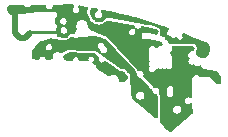
<source format=gbr>
G04 #@! TF.GenerationSoftware,KiCad,Pcbnew,7.0.9-7.0.9~ubuntu20.04.1*
G04 #@! TF.CreationDate,2023-12-28T04:07:48+00:00*
G04 #@! TF.ProjectId,yote,796f7465-2e6b-4696-9361-645f70636258,rev?*
G04 #@! TF.SameCoordinates,Original*
G04 #@! TF.FileFunction,Copper,L4,Inr*
G04 #@! TF.FilePolarity,Positive*
%FSLAX46Y46*%
G04 Gerber Fmt 4.6, Leading zero omitted, Abs format (unit mm)*
G04 Created by KiCad (PCBNEW 7.0.9-7.0.9~ubuntu20.04.1) date 2023-12-28 04:07:48*
%MOMM*%
%LPD*%
G01*
G04 APERTURE LIST*
G04 #@! TA.AperFunction,ComponentPad*
%ADD10C,1.000000*%
G04 #@! TD*
G04 #@! TA.AperFunction,ViaPad*
%ADD11C,0.300000*%
G04 #@! TD*
G04 #@! TA.AperFunction,ViaPad*
%ADD12C,0.500000*%
G04 #@! TD*
G04 #@! TA.AperFunction,Conductor*
%ADD13C,0.250000*%
G04 #@! TD*
G04 #@! TA.AperFunction,Conductor*
%ADD14C,0.500000*%
G04 #@! TD*
G04 #@! TA.AperFunction,Conductor*
%ADD15C,0.150000*%
G04 #@! TD*
G04 APERTURE END LIST*
D10*
X119200000Y-72000000D03*
D11*
X120593635Y-74482572D03*
X113995915Y-70044085D03*
X118350000Y-71700000D03*
D12*
X103090000Y-68560000D03*
X112550000Y-71775500D03*
D11*
X117872647Y-75627676D03*
X107298710Y-70648710D03*
D12*
X116455500Y-78340000D03*
D11*
X115315193Y-70204066D03*
X118358901Y-73873122D03*
D12*
X105180000Y-72280000D03*
X115035000Y-77029502D03*
D11*
X108047488Y-70810499D03*
X109905141Y-68774859D03*
D12*
X112415500Y-73914500D03*
D11*
X107650000Y-72650000D03*
D13*
X115035000Y-77029502D02*
X115035000Y-76385000D01*
X115035000Y-76385000D02*
X114385300Y-75735300D01*
X110750000Y-71025000D02*
X108261989Y-71025000D01*
X114385300Y-75735300D02*
X114385300Y-75010300D01*
X114385300Y-75010300D02*
X113365000Y-73990000D01*
X113365000Y-73990000D02*
X113365000Y-73640000D01*
X113365000Y-73640000D02*
X110750000Y-71025000D01*
X108261989Y-71025000D02*
X108047488Y-70810499D01*
D14*
X103090000Y-68560000D02*
X103350000Y-68820000D01*
X103350000Y-68820000D02*
X103350000Y-70450000D01*
X103350000Y-70450000D02*
X103740000Y-70840000D01*
X103740000Y-70840000D02*
X104170000Y-70840000D01*
X104170000Y-70840000D02*
X104580000Y-70430000D01*
D13*
X104580000Y-70430000D02*
X104690000Y-70320000D01*
X104690000Y-70320000D02*
X106970000Y-70320000D01*
X106970000Y-70320000D02*
X107298710Y-70648710D01*
X107650000Y-72650000D02*
X108062484Y-72237516D01*
X108062484Y-72237516D02*
X109922357Y-72237516D01*
X111173812Y-73750000D02*
X112251000Y-73750000D01*
X109922357Y-72237516D02*
X110230000Y-72545159D01*
X110230000Y-72545159D02*
X110230000Y-72806188D01*
X110230000Y-72806188D02*
X111173812Y-73750000D01*
X112251000Y-73750000D02*
X112415500Y-73914500D01*
X117940000Y-73850000D02*
X116500000Y-73850000D01*
X107298710Y-70648710D02*
X107601290Y-70648710D01*
X117940000Y-73850000D02*
X117940000Y-75560323D01*
X118350000Y-71700000D02*
X118183060Y-71700000D01*
D14*
X117450000Y-76458317D02*
X117635498Y-76643815D01*
D13*
X114155896Y-70204066D02*
X113995915Y-70044085D01*
X117100000Y-73350000D02*
X116600000Y-73850000D01*
D14*
X114190000Y-73280000D02*
X114054500Y-73280000D01*
D13*
X116500000Y-73850000D02*
X114572967Y-73850000D01*
D15*
X110510000Y-70340000D02*
X111114500Y-70340000D01*
D13*
X118080000Y-73710000D02*
X117940000Y-73850000D01*
X113911503Y-70918497D02*
X113054500Y-71775500D01*
D14*
X117872647Y-75627676D02*
X117450000Y-75627676D01*
D13*
X114190000Y-73280000D02*
X114190000Y-73450000D01*
X120593635Y-74482572D02*
X120593635Y-74473635D01*
X115315193Y-70204066D02*
X114155896Y-70204066D01*
D15*
X109200000Y-69030000D02*
X110510000Y-70340000D01*
D13*
X120593635Y-74473635D02*
X119830000Y-73710000D01*
D14*
X111114500Y-70340000D02*
X112550000Y-71775500D01*
X117635498Y-76643815D02*
X117635498Y-77160002D01*
D15*
X107930000Y-69030000D02*
X109200000Y-69030000D01*
D13*
X119830000Y-73710000D02*
X118080000Y-73710000D01*
X113911503Y-70128497D02*
X113911503Y-70918497D01*
X107378243Y-68478243D02*
X103171757Y-68478243D01*
X117100000Y-72783060D02*
X117100000Y-73350000D01*
D14*
X114054500Y-73280000D02*
X112550000Y-71775500D01*
D13*
X107930000Y-70320000D02*
X107930000Y-69030000D01*
X107601290Y-70648710D02*
X107930000Y-70320000D01*
D14*
X117450000Y-75627676D02*
X117450000Y-76458317D01*
D13*
X103171757Y-68478243D02*
X103090000Y-68560000D01*
X113995915Y-70044085D02*
X113911503Y-70128497D01*
X114572967Y-73850000D02*
X114572967Y-73832967D01*
X107930000Y-70320000D02*
X107960000Y-70290000D01*
D14*
X112550000Y-71775500D02*
X112550000Y-71800000D01*
X117635498Y-77160002D02*
X116455500Y-78340000D01*
D13*
X113054500Y-71775500D02*
X112550000Y-71775500D01*
X107930000Y-69030000D02*
X107378243Y-68478243D01*
X117940000Y-75560323D02*
X117872647Y-75627676D01*
X114572967Y-73832967D02*
X114190000Y-73450000D01*
X116600000Y-73850000D02*
X116500000Y-73850000D01*
X118183060Y-71700000D02*
X117100000Y-72783060D01*
X107647987Y-71210000D02*
X108047488Y-70810499D01*
X106160000Y-72280000D02*
X107230000Y-71210000D01*
X105180000Y-72280000D02*
X106160000Y-72280000D01*
X107230000Y-71210000D02*
X107647987Y-71210000D01*
X118650000Y-71150000D02*
X118930000Y-71430000D01*
X115703526Y-69903526D02*
X115753526Y-69903526D01*
X110214663Y-69317728D02*
X110599883Y-69317728D01*
X115930000Y-70080000D02*
X115930000Y-70510000D01*
X111137611Y-68780000D02*
X111753188Y-68780000D01*
D15*
X116375468Y-70920000D02*
X116430000Y-70920000D01*
D13*
X111753188Y-68780000D02*
X112685690Y-69001315D01*
X116570000Y-71150000D02*
X118650000Y-71150000D01*
X109905141Y-69008206D02*
X110214663Y-69317728D01*
X118930000Y-71430000D02*
X118930000Y-72120000D01*
X115678224Y-69878224D02*
X115703526Y-69903526D01*
X115753526Y-69903526D02*
X115930000Y-70080000D01*
X115930000Y-70510000D02*
X116570000Y-71150000D01*
X112685690Y-69001315D02*
X113977866Y-69349771D01*
X109905141Y-68774859D02*
X109905141Y-69008206D01*
X110599883Y-69317728D02*
X111137611Y-68780000D01*
X113977866Y-69349771D02*
X115258929Y-69737336D01*
X115258929Y-69737336D02*
X115678224Y-69878224D01*
G04 #@! TA.AperFunction,Conductor*
G36*
X108152025Y-67974960D02*
G01*
X108245750Y-67988802D01*
X108309193Y-68018071D01*
X108346741Y-68076994D01*
X108346473Y-68146863D01*
X108308473Y-68205495D01*
X108296523Y-68214572D01*
X108271376Y-68231374D01*
X108210485Y-68322505D01*
X108210483Y-68322509D01*
X108189103Y-68429997D01*
X108189103Y-68430002D01*
X108210483Y-68537490D01*
X108210484Y-68537493D01*
X108210485Y-68537495D01*
X108229713Y-68566272D01*
X108271375Y-68628624D01*
X108307876Y-68653013D01*
X108362505Y-68689515D01*
X108362508Y-68689515D01*
X108362509Y-68689516D01*
X108469998Y-68710897D01*
X108470000Y-68710897D01*
X108470002Y-68710897D01*
X108577490Y-68689516D01*
X108577490Y-68689515D01*
X108577495Y-68689515D01*
X108668624Y-68628624D01*
X108729515Y-68537495D01*
X108744800Y-68460651D01*
X108750897Y-68430002D01*
X108750897Y-68429997D01*
X108729516Y-68322509D01*
X108729515Y-68322505D01*
X108690378Y-68263933D01*
X108669501Y-68197258D01*
X108687985Y-68129878D01*
X108739964Y-68083187D01*
X108808934Y-68072011D01*
X108811573Y-68072371D01*
X108915413Y-68087708D01*
X109416234Y-68176316D01*
X109478817Y-68207378D01*
X109514673Y-68267346D01*
X109514260Y-68331045D01*
X109399999Y-68750001D01*
X109582477Y-69088885D01*
X109590250Y-69111270D01*
X109590842Y-69111055D01*
X109596381Y-69126274D01*
X109603338Y-69143067D01*
X109605586Y-69147887D01*
X109605587Y-69147890D01*
X109612487Y-69157744D01*
X109628796Y-69181037D01*
X109631702Y-69185598D01*
X109642741Y-69204716D01*
X109651947Y-69220661D01*
X109651948Y-69220661D01*
X109656356Y-69228296D01*
X109662115Y-69236786D01*
X109706057Y-69318392D01*
X109750000Y-69400000D01*
X109879618Y-69455550D01*
X109918451Y-69481842D01*
X109972546Y-69535937D01*
X109976188Y-69539912D01*
X110002208Y-69570922D01*
X110037262Y-69591160D01*
X110041822Y-69594065D01*
X110074979Y-69617282D01*
X110074982Y-69617282D01*
X110079839Y-69619548D01*
X110096596Y-69626488D01*
X110101616Y-69628315D01*
X110101618Y-69628316D01*
X110141493Y-69635346D01*
X110146750Y-69636512D01*
X110185856Y-69646991D01*
X110226173Y-69643463D01*
X110231575Y-69643228D01*
X110292080Y-69643228D01*
X110340926Y-69653254D01*
X110450000Y-69700000D01*
X110551760Y-69655480D01*
X110612270Y-69645555D01*
X110628690Y-69646992D01*
X110667823Y-69636505D01*
X110673045Y-69635347D01*
X110712928Y-69628316D01*
X110712933Y-69628312D01*
X110717982Y-69626475D01*
X110734707Y-69619547D01*
X110739564Y-69617282D01*
X110739567Y-69617282D01*
X110772724Y-69594063D01*
X110777273Y-69591166D01*
X110812338Y-69570922D01*
X110832701Y-69546652D01*
X110877985Y-69512756D01*
X111215482Y-69365101D01*
X111284787Y-69356266D01*
X111287039Y-69356648D01*
X113200000Y-69700000D01*
X113347736Y-69723503D01*
X113410848Y-69753474D01*
X113447738Y-69812811D01*
X113449869Y-69821770D01*
X113457869Y-69861991D01*
X113457872Y-69861998D01*
X113461372Y-69867236D01*
X113482247Y-69933914D01*
X113463760Y-70001293D01*
X113411779Y-70047981D01*
X113342808Y-70059155D01*
X113334076Y-70057739D01*
X113221467Y-70035340D01*
X113221463Y-70035340D01*
X113113974Y-70056720D01*
X113113970Y-70056722D01*
X113022840Y-70117612D01*
X112961950Y-70208742D01*
X112961948Y-70208746D01*
X112940568Y-70316234D01*
X112940568Y-70316239D01*
X112961948Y-70423727D01*
X112961949Y-70423730D01*
X112961950Y-70423732D01*
X112970462Y-70436471D01*
X113022840Y-70514861D01*
X113055440Y-70536643D01*
X113113970Y-70575752D01*
X113113973Y-70575752D01*
X113113974Y-70575753D01*
X113221463Y-70597134D01*
X113221465Y-70597134D01*
X113221467Y-70597134D01*
X113328955Y-70575753D01*
X113328955Y-70575752D01*
X113328960Y-70575752D01*
X113420089Y-70514861D01*
X113480980Y-70423732D01*
X113493561Y-70360485D01*
X113502362Y-70316239D01*
X113502362Y-70316234D01*
X113480981Y-70208746D01*
X113480979Y-70208740D01*
X113477479Y-70203502D01*
X113456603Y-70136824D01*
X113475089Y-70069444D01*
X113527070Y-70022756D01*
X113596040Y-70011581D01*
X113604775Y-70012997D01*
X113609890Y-70014014D01*
X113609891Y-70014015D01*
X113677899Y-70027542D01*
X113717385Y-70035397D01*
X113717386Y-70035397D01*
X113717388Y-70035397D01*
X113824876Y-70014016D01*
X113824876Y-70014015D01*
X113824881Y-70014015D01*
X113916010Y-69953124D01*
X113955959Y-69893335D01*
X114009568Y-69848532D01*
X114078538Y-69839767D01*
X114907246Y-69971607D01*
X114915436Y-69973488D01*
X115119795Y-70035313D01*
X115159940Y-70047459D01*
X115187503Y-70056720D01*
X115315497Y-70099727D01*
X115372773Y-70139736D01*
X115399327Y-70204363D01*
X115400000Y-70217267D01*
X115400000Y-70436471D01*
X115380315Y-70503510D01*
X115327511Y-70549265D01*
X115258353Y-70559209D01*
X115207110Y-70539574D01*
X115175749Y-70518619D01*
X115151474Y-70502399D01*
X115151473Y-70502398D01*
X115151472Y-70502398D01*
X115151469Y-70502397D01*
X115043981Y-70481017D01*
X115043977Y-70481017D01*
X114967509Y-70496227D01*
X114897917Y-70490000D01*
X114875811Y-70475512D01*
X114874376Y-70477661D01*
X114837627Y-70453106D01*
X114777966Y-70413241D01*
X114773092Y-70409984D01*
X114773088Y-70409983D01*
X114665600Y-70388603D01*
X114665596Y-70388603D01*
X114558105Y-70409983D01*
X114558102Y-70409985D01*
X114553229Y-70413241D01*
X114486550Y-70434113D01*
X114419171Y-70415623D01*
X114415456Y-70413236D01*
X114383998Y-70392216D01*
X114383997Y-70392215D01*
X114383996Y-70392215D01*
X114383993Y-70392214D01*
X114276505Y-70370834D01*
X114276501Y-70370834D01*
X114169012Y-70392214D01*
X114169008Y-70392216D01*
X114077878Y-70453106D01*
X114016988Y-70544236D01*
X114016986Y-70544240D01*
X113995606Y-70651728D01*
X113995606Y-70651733D01*
X114016986Y-70759221D01*
X114016987Y-70759224D01*
X114016988Y-70759226D01*
X114018012Y-70760758D01*
X114077878Y-70850355D01*
X114091722Y-70859605D01*
X114169008Y-70911246D01*
X114169011Y-70911246D01*
X114169012Y-70911247D01*
X114276501Y-70932628D01*
X114276503Y-70932628D01*
X114276505Y-70932628D01*
X114383996Y-70911247D01*
X114383997Y-70911246D01*
X114383998Y-70911246D01*
X114388860Y-70907996D01*
X114455537Y-70887117D01*
X114522918Y-70905600D01*
X114526635Y-70907988D01*
X114558103Y-70929015D01*
X114558106Y-70929015D01*
X114558107Y-70929016D01*
X114665596Y-70950397D01*
X114665598Y-70950397D01*
X114665599Y-70950397D01*
X114683959Y-70946744D01*
X114742068Y-70935186D01*
X114811657Y-70941413D01*
X114833765Y-70955901D01*
X114835201Y-70953753D01*
X114845354Y-70960537D01*
X114845355Y-70960538D01*
X114932286Y-71018624D01*
X114936484Y-71021429D01*
X114936488Y-71021430D01*
X115043977Y-71042811D01*
X115043979Y-71042811D01*
X115043980Y-71042811D01*
X115082492Y-71035150D01*
X115151474Y-71021429D01*
X115151474Y-71021428D01*
X115157711Y-71020188D01*
X115227303Y-71026415D01*
X115250790Y-71038700D01*
X115284398Y-71061157D01*
X115320696Y-71085411D01*
X115320700Y-71085412D01*
X115428189Y-71106793D01*
X115428191Y-71106793D01*
X115428193Y-71106793D01*
X115500767Y-71092357D01*
X115570358Y-71098584D01*
X115613664Y-71132225D01*
X115615426Y-71130464D01*
X115624064Y-71139102D01*
X115715193Y-71199993D01*
X115715194Y-71199993D01*
X115726479Y-71204668D01*
X115725122Y-71207942D01*
X115768601Y-71230683D01*
X115803179Y-71291396D01*
X115804121Y-71295727D01*
X115812656Y-71338632D01*
X115806429Y-71408224D01*
X115763567Y-71463402D01*
X115697678Y-71486647D01*
X115666851Y-71484443D01*
X115640002Y-71479103D01*
X115639998Y-71479103D01*
X115532509Y-71500483D01*
X115532505Y-71500485D01*
X115441375Y-71561375D01*
X115393102Y-71633622D01*
X115339490Y-71678427D01*
X115270165Y-71687134D01*
X115207137Y-71656979D01*
X115186898Y-71633622D01*
X115138624Y-71561375D01*
X115075626Y-71519282D01*
X115047495Y-71500485D01*
X115047493Y-71500484D01*
X115047490Y-71500483D01*
X114940002Y-71479103D01*
X114939998Y-71479103D01*
X114832509Y-71500483D01*
X114832505Y-71500485D01*
X114741375Y-71561375D01*
X114680485Y-71652505D01*
X114680483Y-71652509D01*
X114659103Y-71759997D01*
X114659103Y-71760002D01*
X114680483Y-71867491D01*
X114680484Y-71867493D01*
X114680485Y-71867495D01*
X114680572Y-71867625D01*
X114680674Y-71867951D01*
X114685158Y-71878776D01*
X114684189Y-71879177D01*
X114701449Y-71934300D01*
X114682965Y-72001680D01*
X114680572Y-72005404D01*
X114649241Y-72052294D01*
X114649240Y-72052297D01*
X114627860Y-72159785D01*
X114627860Y-72159790D01*
X114649240Y-72267278D01*
X114649241Y-72267282D01*
X114671394Y-72300435D01*
X114692272Y-72367112D01*
X114673788Y-72434493D01*
X114671395Y-72438216D01*
X114654456Y-72463566D01*
X114654455Y-72463569D01*
X114633075Y-72571057D01*
X114633075Y-72571062D01*
X114654455Y-72678550D01*
X114654456Y-72678554D01*
X114666365Y-72696376D01*
X114692062Y-72734835D01*
X114692479Y-72735458D01*
X114713357Y-72802135D01*
X114694873Y-72869516D01*
X114692479Y-72873240D01*
X114668088Y-72909743D01*
X114668086Y-72909747D01*
X114646706Y-73017235D01*
X114646706Y-73017240D01*
X114668086Y-73124728D01*
X114668087Y-73124732D01*
X114668088Y-73124733D01*
X114691654Y-73160002D01*
X114692544Y-73161333D01*
X114713422Y-73228010D01*
X114694938Y-73295390D01*
X114692545Y-73299114D01*
X114665109Y-73340174D01*
X114665108Y-73340177D01*
X114643728Y-73447665D01*
X114643728Y-73447670D01*
X114665108Y-73555158D01*
X114665109Y-73555161D01*
X114665110Y-73555163D01*
X114674680Y-73569485D01*
X114726000Y-73646292D01*
X114745332Y-73659209D01*
X114817130Y-73707183D01*
X114817133Y-73707183D01*
X114817134Y-73707184D01*
X114924623Y-73728565D01*
X114924625Y-73728565D01*
X114924627Y-73728565D01*
X115032115Y-73707184D01*
X115032115Y-73707183D01*
X115032120Y-73707183D01*
X115123249Y-73646292D01*
X115184140Y-73555163D01*
X115187279Y-73539378D01*
X115219662Y-73477468D01*
X115280376Y-73442892D01*
X115284707Y-73441949D01*
X115289997Y-73440896D01*
X115290000Y-73440897D01*
X115397495Y-73419515D01*
X115397496Y-73419514D01*
X115397497Y-73419514D01*
X115408777Y-73414842D01*
X115409375Y-73416287D01*
X115462783Y-73399563D01*
X115520943Y-73415516D01*
X115521223Y-73414842D01*
X115526588Y-73417064D01*
X115530163Y-73418045D01*
X115532352Y-73419452D01*
X115532506Y-73419516D01*
X115639998Y-73440897D01*
X115640000Y-73440897D01*
X115640002Y-73440897D01*
X115747493Y-73419516D01*
X115758777Y-73414842D01*
X115759375Y-73416287D01*
X115812783Y-73399563D01*
X115870943Y-73415516D01*
X115871223Y-73414842D01*
X115876588Y-73417064D01*
X115880163Y-73418045D01*
X115882352Y-73419452D01*
X115882506Y-73419516D01*
X115989998Y-73440897D01*
X115990000Y-73440897D01*
X115990002Y-73440897D01*
X116097493Y-73419516D01*
X116108777Y-73414842D01*
X116109375Y-73416287D01*
X116162783Y-73399563D01*
X116220943Y-73415516D01*
X116221223Y-73414842D01*
X116226588Y-73417064D01*
X116230163Y-73418045D01*
X116232352Y-73419452D01*
X116232506Y-73419516D01*
X116339998Y-73440897D01*
X116340000Y-73440897D01*
X116340002Y-73440897D01*
X116447490Y-73419516D01*
X116447490Y-73419515D01*
X116447495Y-73419515D01*
X116538624Y-73358624D01*
X116599515Y-73267495D01*
X116603526Y-73247332D01*
X116620897Y-73160002D01*
X116620897Y-73159997D01*
X116599516Y-73052506D01*
X116594842Y-73041223D01*
X116596287Y-73040624D01*
X116579563Y-72987217D01*
X116595516Y-72929056D01*
X116594842Y-72928777D01*
X116597064Y-72923411D01*
X116598045Y-72919837D01*
X116599452Y-72917647D01*
X116599516Y-72917493D01*
X116620897Y-72810002D01*
X116620897Y-72809997D01*
X116599516Y-72702506D01*
X116594842Y-72691223D01*
X116597874Y-72689966D01*
X116582935Y-72642277D01*
X116599055Y-72583484D01*
X116598575Y-72583285D01*
X116600158Y-72579462D01*
X116601411Y-72574894D01*
X116603211Y-72572092D01*
X116603249Y-72572001D01*
X116624630Y-72464510D01*
X116624630Y-72464505D01*
X116603249Y-72357017D01*
X116603248Y-72357016D01*
X116603248Y-72357013D01*
X116565443Y-72300435D01*
X116542357Y-72265883D01*
X116529869Y-72257539D01*
X116485065Y-72203925D01*
X116476359Y-72134600D01*
X116477145Y-72130245D01*
X116478008Y-72125907D01*
X116479595Y-72117929D01*
X116474713Y-72093388D01*
X116480939Y-72023801D01*
X116523800Y-71968622D01*
X116527398Y-71966124D01*
X116538624Y-71958624D01*
X116599515Y-71867495D01*
X116607073Y-71829500D01*
X116620897Y-71760002D01*
X116620897Y-71759999D01*
X116597677Y-71643266D01*
X116603904Y-71573674D01*
X116646767Y-71518497D01*
X116712657Y-71495252D01*
X116715649Y-71495128D01*
X117383000Y-71475500D01*
X118289870Y-71475500D01*
X118335919Y-71484367D01*
X118422054Y-71518821D01*
X118476986Y-71561993D01*
X118499858Y-71628013D01*
X118500000Y-71633951D01*
X118500000Y-71720727D01*
X118486909Y-71776182D01*
X118436037Y-71877924D01*
X118388449Y-71929083D01*
X118320757Y-71946392D01*
X118300938Y-71944087D01*
X118221604Y-71928307D01*
X118195280Y-71923071D01*
X118195279Y-71923071D01*
X118195278Y-71923071D01*
X118087789Y-71944451D01*
X118087785Y-71944453D01*
X117996655Y-72005343D01*
X117935765Y-72096473D01*
X117935763Y-72096477D01*
X117914383Y-72203965D01*
X117914383Y-72203970D01*
X117935763Y-72311458D01*
X117935764Y-72311461D01*
X117935765Y-72311463D01*
X117972949Y-72367112D01*
X117994324Y-72399103D01*
X117996656Y-72402592D01*
X118046492Y-72435892D01*
X118091296Y-72489502D01*
X118100004Y-72558827D01*
X118080704Y-72607883D01*
X118014138Y-72707506D01*
X118014137Y-72707509D01*
X117992757Y-72814997D01*
X117992757Y-72815002D01*
X118014137Y-72922490D01*
X118014138Y-72922493D01*
X118014139Y-72922495D01*
X118029759Y-72945872D01*
X118075029Y-73013624D01*
X118111530Y-73038013D01*
X118166159Y-73074515D01*
X118166162Y-73074515D01*
X118166163Y-73074516D01*
X118273652Y-73095897D01*
X118273654Y-73095897D01*
X118273656Y-73095897D01*
X118393128Y-73072133D01*
X118393495Y-73073981D01*
X118448026Y-73068115D01*
X118510507Y-73099385D01*
X118529120Y-73121255D01*
X118540391Y-73138124D01*
X118573127Y-73159997D01*
X118631521Y-73199015D01*
X118631524Y-73199015D01*
X118631525Y-73199016D01*
X118739014Y-73220397D01*
X118739016Y-73220397D01*
X118739018Y-73220397D01*
X118846506Y-73199016D01*
X118846506Y-73199015D01*
X118846511Y-73199015D01*
X118899209Y-73163802D01*
X118965885Y-73142924D01*
X119033266Y-73161408D01*
X119053373Y-73176880D01*
X119310000Y-73420000D01*
X120312181Y-73610891D01*
X120374352Y-73642772D01*
X120388852Y-73659209D01*
X120728961Y-74121409D01*
X120752722Y-74185391D01*
X120786805Y-74628466D01*
X120772320Y-74696817D01*
X120723181Y-74746487D01*
X120654989Y-74761706D01*
X120633097Y-74758274D01*
X120530544Y-74732636D01*
X120427993Y-74706998D01*
X120377971Y-74681360D01*
X120315460Y-74628466D01*
X119750000Y-74150000D01*
X119749999Y-74150000D01*
X119749998Y-74150000D01*
X119065040Y-74173618D01*
X118997362Y-74156256D01*
X118959529Y-74115520D01*
X118957076Y-74117160D01*
X118948829Y-74104818D01*
X118907341Y-74042726D01*
X118889400Y-74015875D01*
X118834771Y-73979374D01*
X118798271Y-73954985D01*
X118798269Y-73954984D01*
X118798266Y-73954983D01*
X118690778Y-73933603D01*
X118690774Y-73933603D01*
X118583285Y-73954983D01*
X118583281Y-73954985D01*
X118492151Y-74015875D01*
X118431261Y-74107005D01*
X118426586Y-74118291D01*
X118423639Y-74117070D01*
X118400312Y-74161655D01*
X118339593Y-74196222D01*
X118315364Y-74199469D01*
X118300001Y-74199998D01*
X118300000Y-74199999D01*
X118326309Y-75804887D01*
X118307726Y-75872240D01*
X118255679Y-75918854D01*
X118186693Y-75929930D01*
X118133435Y-75910021D01*
X118088561Y-75880037D01*
X118075357Y-75871214D01*
X118075355Y-75871213D01*
X118075352Y-75871212D01*
X117967864Y-75849832D01*
X117967860Y-75849832D01*
X117860371Y-75871212D01*
X117860367Y-75871214D01*
X117769237Y-75932104D01*
X117708347Y-76023234D01*
X117708345Y-76023238D01*
X117686965Y-76130726D01*
X117686965Y-76130731D01*
X117708345Y-76238219D01*
X117708346Y-76238222D01*
X117708347Y-76238224D01*
X117713086Y-76245316D01*
X117769237Y-76329353D01*
X117805738Y-76353742D01*
X117860367Y-76390244D01*
X117860370Y-76390244D01*
X117860371Y-76390245D01*
X117967860Y-76411626D01*
X117967862Y-76411626D01*
X117967864Y-76411626D01*
X118075352Y-76390245D01*
X118075353Y-76390245D01*
X118075353Y-76390244D01*
X118075357Y-76390244D01*
X118143940Y-76344417D01*
X118210614Y-76323541D01*
X118277994Y-76342025D01*
X118324685Y-76394004D01*
X118336811Y-76445489D01*
X118349036Y-77191257D01*
X118330453Y-77258610D01*
X118305150Y-77287949D01*
X116534719Y-78786006D01*
X116470827Y-78814283D01*
X116401790Y-78803528D01*
X116374305Y-78785819D01*
X116231742Y-78664618D01*
X116226681Y-78659799D01*
X115945137Y-78359711D01*
X115942927Y-78357226D01*
X115629151Y-77984616D01*
X115601025Y-77920657D01*
X115600000Y-77904743D01*
X115600000Y-76888204D01*
X116690629Y-76888204D01*
X116707996Y-76997860D01*
X116758402Y-77096787D01*
X116758407Y-77096794D01*
X116836905Y-77175292D01*
X116836908Y-77175294D01*
X116836911Y-77175297D01*
X116935837Y-77225702D01*
X116935839Y-77225703D01*
X117045496Y-77243071D01*
X117045498Y-77243071D01*
X117045500Y-77243071D01*
X117155156Y-77225703D01*
X117155157Y-77225702D01*
X117155159Y-77225702D01*
X117254085Y-77175297D01*
X117332593Y-77096789D01*
X117382998Y-76997863D01*
X117382998Y-76997861D01*
X117382999Y-76997860D01*
X117400367Y-76888204D01*
X117400367Y-76888199D01*
X117382999Y-76778543D01*
X117351751Y-76717215D01*
X117332593Y-76679615D01*
X117332590Y-76679612D01*
X117332588Y-76679609D01*
X117254090Y-76601111D01*
X117254086Y-76601108D01*
X117254085Y-76601107D01*
X117250241Y-76599148D01*
X117155156Y-76550700D01*
X117045500Y-76533333D01*
X117045496Y-76533333D01*
X116935839Y-76550700D01*
X116836912Y-76601106D01*
X116836905Y-76601111D01*
X116758407Y-76679609D01*
X116758402Y-76679616D01*
X116707996Y-76778543D01*
X116690629Y-76888199D01*
X116690629Y-76888204D01*
X115600000Y-76888204D01*
X115600000Y-75650000D01*
X115516316Y-75558877D01*
X115511949Y-75550002D01*
X116169103Y-75550002D01*
X116190483Y-75657490D01*
X116190484Y-75657493D01*
X116190485Y-75657495D01*
X116208195Y-75684000D01*
X116251375Y-75748624D01*
X116287876Y-75773013D01*
X116342505Y-75809515D01*
X116342508Y-75809515D01*
X116342509Y-75809516D01*
X116449998Y-75830897D01*
X116450000Y-75830897D01*
X116450002Y-75830897D01*
X116557490Y-75809516D01*
X116557490Y-75809515D01*
X116557495Y-75809515D01*
X116648624Y-75748624D01*
X116709515Y-75657495D01*
X116722040Y-75594526D01*
X116730897Y-75550002D01*
X116730897Y-75549997D01*
X116709516Y-75442507D01*
X116709515Y-75442506D01*
X116709515Y-75442505D01*
X116698623Y-75426205D01*
X116677746Y-75359528D01*
X116696231Y-75292148D01*
X116698624Y-75288423D01*
X116700381Y-75285794D01*
X116711272Y-75269495D01*
X116718408Y-75233624D01*
X116732654Y-75162002D01*
X116732654Y-75161997D01*
X116711273Y-75054509D01*
X116711272Y-75054508D01*
X116711272Y-75054505D01*
X116662487Y-74981493D01*
X116650381Y-74963375D01*
X116586213Y-74920500D01*
X116559252Y-74902485D01*
X116559250Y-74902484D01*
X116559247Y-74902483D01*
X116451759Y-74881103D01*
X116451755Y-74881103D01*
X116344266Y-74902483D01*
X116344262Y-74902485D01*
X116253132Y-74963375D01*
X116192242Y-75054505D01*
X116192240Y-75054509D01*
X116170860Y-75161997D01*
X116170860Y-75162002D01*
X116192240Y-75269492D01*
X116192241Y-75269494D01*
X116192242Y-75269495D01*
X116201212Y-75282920D01*
X116203133Y-75285794D01*
X116224010Y-75352472D01*
X116205525Y-75419852D01*
X116203134Y-75423572D01*
X116190485Y-75442503D01*
X116190484Y-75442505D01*
X116169103Y-75549997D01*
X116169103Y-75550002D01*
X115511949Y-75550002D01*
X115485469Y-75496186D01*
X115493412Y-75426769D01*
X115504545Y-75406110D01*
X115505015Y-75405408D01*
X115514582Y-75357314D01*
X115526397Y-75297915D01*
X115526397Y-75297910D01*
X115505016Y-75190422D01*
X115505015Y-75190421D01*
X115505015Y-75190418D01*
X115468513Y-75135789D01*
X115444124Y-75099288D01*
X115389495Y-75062787D01*
X115352995Y-75038398D01*
X115352993Y-75038397D01*
X115352990Y-75038396D01*
X115245502Y-75017016D01*
X115245498Y-75017016D01*
X115126027Y-75040780D01*
X115125341Y-75037333D01*
X115076442Y-75042589D01*
X115013964Y-75011312D01*
X115007133Y-75004434D01*
X114969426Y-74963375D01*
X114209065Y-74135426D01*
X114178219Y-74072737D01*
X114184509Y-74016070D01*
X114183538Y-74015877D01*
X114185786Y-74004574D01*
X114185840Y-74004090D01*
X114185916Y-74003903D01*
X114185920Y-74003898D01*
X114195650Y-73954983D01*
X114207302Y-73896405D01*
X114207302Y-73896400D01*
X114185921Y-73788912D01*
X114185920Y-73788911D01*
X114185920Y-73788908D01*
X114140211Y-73720500D01*
X114125029Y-73697778D01*
X114059812Y-73654202D01*
X114033900Y-73636888D01*
X114033898Y-73636887D01*
X114033895Y-73636886D01*
X113926407Y-73615506D01*
X113926403Y-73615506D01*
X113830047Y-73634672D01*
X113760455Y-73628445D01*
X113714526Y-73596929D01*
X113706100Y-73587753D01*
X113680839Y-73536591D01*
X113679300Y-73537152D01*
X113673765Y-73521947D01*
X113666815Y-73505168D01*
X113664554Y-73500319D01*
X113664553Y-73500318D01*
X113664553Y-73500316D01*
X113641333Y-73467154D01*
X113638435Y-73462604D01*
X113634845Y-73456387D01*
X113618194Y-73427545D01*
X113618191Y-73427542D01*
X113618190Y-73427541D01*
X113601189Y-73413276D01*
X113587182Y-73401522D01*
X113583210Y-73397883D01*
X112952573Y-72767246D01*
X111928831Y-71652505D01*
X111100001Y-70750000D01*
X111099999Y-70749999D01*
X109693873Y-70173878D01*
X109639302Y-70130247D01*
X109639094Y-70129948D01*
X109630512Y-70117612D01*
X109562847Y-70020343D01*
X109512707Y-69948266D01*
X109490582Y-69881992D01*
X109490499Y-69877454D01*
X109490499Y-69748037D01*
X109490498Y-69748035D01*
X109488266Y-69740435D01*
X109476394Y-69700000D01*
X109449953Y-69609948D01*
X109439748Y-69594069D01*
X109372142Y-69488871D01*
X109263372Y-69394622D01*
X109198731Y-69365101D01*
X109132455Y-69334833D01*
X109052610Y-69323354D01*
X109025798Y-69319499D01*
X108954200Y-69319499D01*
X108940793Y-69321426D01*
X108847542Y-69334833D01*
X108716627Y-69394621D01*
X108716625Y-69394622D01*
X108607855Y-69488872D01*
X108530044Y-69609948D01*
X108489499Y-69748035D01*
X108489499Y-69891962D01*
X108530594Y-70031921D01*
X108531063Y-70100152D01*
X108434248Y-70447456D01*
X108397285Y-70506747D01*
X108334134Y-70536643D01*
X108264845Y-70527650D01*
X108258507Y-70524644D01*
X108256076Y-70523405D01*
X108256075Y-70523404D01*
X108157149Y-70472999D01*
X108157147Y-70472998D01*
X108157144Y-70472997D01*
X108047490Y-70455630D01*
X108047486Y-70455630D01*
X107937829Y-70472997D01*
X107840919Y-70522375D01*
X107776363Y-70534498D01*
X107778916Y-70550249D01*
X107762412Y-70591990D01*
X107764823Y-70593219D01*
X107760394Y-70601910D01*
X107760393Y-70601912D01*
X107750041Y-70622229D01*
X107737044Y-70647736D01*
X107689069Y-70698531D01*
X107635777Y-70715096D01*
X107023141Y-70760758D01*
X106954823Y-70746111D01*
X106905270Y-70696854D01*
X106891006Y-70632213D01*
X106890897Y-70632213D01*
X106890897Y-70631721D01*
X106890214Y-70628626D01*
X106890897Y-70623499D01*
X106890897Y-70619997D01*
X106869516Y-70512509D01*
X106869515Y-70512508D01*
X106869515Y-70512505D01*
X106829826Y-70453107D01*
X106808626Y-70421378D01*
X106799990Y-70412743D01*
X106801154Y-70411578D01*
X106765444Y-70368847D01*
X106755172Y-70322026D01*
X106752349Y-70190502D01*
X107171183Y-70190502D01*
X107192563Y-70297990D01*
X107192564Y-70297993D01*
X107192565Y-70297995D01*
X107214274Y-70330485D01*
X107253455Y-70389124D01*
X107287060Y-70411578D01*
X107344585Y-70450015D01*
X107344588Y-70450015D01*
X107344589Y-70450016D01*
X107452078Y-70471397D01*
X107452080Y-70471397D01*
X107452082Y-70471397D01*
X107559570Y-70450016D01*
X107559570Y-70450015D01*
X107559575Y-70450015D01*
X107586992Y-70431695D01*
X107653667Y-70410817D01*
X107665633Y-70414099D01*
X107664261Y-70382081D01*
X107681522Y-70343001D01*
X107711595Y-70297995D01*
X107727653Y-70217267D01*
X107732977Y-70190502D01*
X107732977Y-70190497D01*
X107711596Y-70083009D01*
X107711595Y-70083008D01*
X107711595Y-70083005D01*
X107671338Y-70022756D01*
X107650704Y-69991875D01*
X107592708Y-69953124D01*
X107559575Y-69930985D01*
X107559573Y-69930984D01*
X107559570Y-69930983D01*
X107509574Y-69921038D01*
X107447663Y-69888652D01*
X107432960Y-69862832D01*
X107401643Y-69906262D01*
X107349765Y-69929954D01*
X107344588Y-69930983D01*
X107344585Y-69930985D01*
X107253455Y-69991875D01*
X107192565Y-70083005D01*
X107192563Y-70083009D01*
X107171183Y-70190497D01*
X107171183Y-70190502D01*
X106752349Y-70190502D01*
X106750967Y-70126103D01*
X106769208Y-70058661D01*
X106806051Y-70020343D01*
X106806443Y-70020081D01*
X106808624Y-70018624D01*
X106869515Y-69927495D01*
X106873074Y-69909603D01*
X106890897Y-69820002D01*
X106890897Y-69819997D01*
X106869516Y-69712509D01*
X106869515Y-69712505D01*
X106808624Y-69621376D01*
X106808621Y-69621373D01*
X106790090Y-69608991D01*
X106745286Y-69555377D01*
X106735121Y-69511745D01*
X106730657Y-69417261D01*
X107126362Y-69417261D01*
X107147742Y-69524749D01*
X107147743Y-69524752D01*
X107147744Y-69524754D01*
X107171619Y-69560485D01*
X107208634Y-69615883D01*
X107239510Y-69636513D01*
X107299764Y-69676774D01*
X107299767Y-69676774D01*
X107299768Y-69676775D01*
X107349763Y-69686720D01*
X107411674Y-69719104D01*
X107426378Y-69744926D01*
X107457697Y-69701495D01*
X107509577Y-69677803D01*
X107514754Y-69676774D01*
X107605883Y-69615883D01*
X107666774Y-69524754D01*
X107669192Y-69512596D01*
X107688156Y-69417261D01*
X107688156Y-69417256D01*
X107666775Y-69309768D01*
X107666774Y-69309767D01*
X107666774Y-69309764D01*
X107620153Y-69239991D01*
X107605883Y-69218634D01*
X107532243Y-69169430D01*
X107514754Y-69157744D01*
X107514752Y-69157743D01*
X107514749Y-69157742D01*
X107407261Y-69136362D01*
X107407257Y-69136362D01*
X107299768Y-69157742D01*
X107299764Y-69157744D01*
X107208634Y-69218634D01*
X107147744Y-69309764D01*
X107147742Y-69309768D01*
X107126362Y-69417256D01*
X107126362Y-69417261D01*
X106730657Y-69417261D01*
X106722347Y-69241358D01*
X106738846Y-69173467D01*
X106777315Y-69132409D01*
X106828624Y-69098126D01*
X106889515Y-69006997D01*
X106892102Y-68993992D01*
X106910897Y-68899504D01*
X106910897Y-68899499D01*
X106889516Y-68792011D01*
X106889515Y-68792010D01*
X106889515Y-68792007D01*
X106835319Y-68710897D01*
X106828624Y-68700877D01*
X106763531Y-68657384D01*
X106737495Y-68639987D01*
X106737493Y-68639986D01*
X106737491Y-68639985D01*
X106650587Y-68622699D01*
X106600640Y-68600477D01*
X106600000Y-68599999D01*
X106408224Y-68601399D01*
X106341042Y-68582204D01*
X106294903Y-68529735D01*
X106284456Y-68460651D01*
X106313016Y-68396885D01*
X106338429Y-68374299D01*
X106340734Y-68372758D01*
X106340738Y-68372758D01*
X106431867Y-68311867D01*
X106492758Y-68220738D01*
X106511883Y-68124588D01*
X106544267Y-68062680D01*
X106604983Y-68028106D01*
X106629272Y-68024854D01*
X108129713Y-67973702D01*
X108152025Y-67974960D01*
G37*
G04 #@! TD.AperFunction*
G04 #@! TA.AperFunction,Conductor*
G36*
X105900746Y-68054030D02*
G01*
X105947178Y-68106239D01*
X105956675Y-68135011D01*
X105973726Y-68220733D01*
X105973727Y-68220736D01*
X105973728Y-68220738D01*
X105981137Y-68231826D01*
X106034619Y-68311868D01*
X106131818Y-68376814D01*
X106176624Y-68430426D01*
X106185331Y-68499751D01*
X106155177Y-68562778D01*
X106095734Y-68599498D01*
X106063833Y-68603913D01*
X105962769Y-68604651D01*
X105929613Y-68598181D01*
X105929475Y-68598875D01*
X105810002Y-68575111D01*
X105809998Y-68575111D01*
X105702502Y-68596493D01*
X105700129Y-68597476D01*
X105653593Y-68606907D01*
X105229993Y-68609999D01*
X103930000Y-68770000D01*
X103029243Y-68917062D01*
X102959908Y-68908436D01*
X102906243Y-68863695D01*
X102905772Y-68862987D01*
X102654456Y-68482206D01*
X102633956Y-68415411D01*
X102641508Y-68371266D01*
X102720614Y-68155244D01*
X102762150Y-68099065D01*
X102827467Y-68074258D01*
X102835438Y-68073897D01*
X104030556Y-68058476D01*
X104097842Y-68077294D01*
X104135255Y-68113574D01*
X104159295Y-68149552D01*
X104167814Y-68155244D01*
X104250426Y-68210444D01*
X104250429Y-68210444D01*
X104250430Y-68210445D01*
X104357919Y-68231826D01*
X104357921Y-68231826D01*
X104357923Y-68231826D01*
X104465411Y-68210445D01*
X104465411Y-68210444D01*
X104465416Y-68210444D01*
X104556545Y-68149553D01*
X104556846Y-68149103D01*
X104586251Y-68105096D01*
X104639863Y-68060290D01*
X104687749Y-68049996D01*
X105833462Y-68035213D01*
X105900746Y-68054030D01*
G37*
G04 #@! TD.AperFunction*
G04 #@! TA.AperFunction,Conductor*
G36*
X115532093Y-69699374D02*
G01*
X116204135Y-69920229D01*
X116305380Y-69956727D01*
X116361772Y-69997980D01*
X116386908Y-70063171D01*
X116372809Y-70131604D01*
X116323951Y-70181550D01*
X116312614Y-70187051D01*
X116237512Y-70237234D01*
X116187672Y-70311822D01*
X116170171Y-70399811D01*
X116187672Y-70487799D01*
X116211247Y-70523080D01*
X116237512Y-70562388D01*
X116274721Y-70587250D01*
X116312100Y-70612227D01*
X116312102Y-70612227D01*
X116312103Y-70612228D01*
X116400089Y-70629729D01*
X116402898Y-70629170D01*
X116409145Y-70629729D01*
X116412302Y-70629729D01*
X116412302Y-70630011D01*
X116472487Y-70635394D01*
X116527666Y-70678253D01*
X116530192Y-70681891D01*
X116577423Y-70752577D01*
X116596821Y-70765538D01*
X116652011Y-70802416D01*
X116652013Y-70802416D01*
X116652014Y-70802417D01*
X116740000Y-70819918D01*
X116827986Y-70802417D01*
X116883180Y-70765537D01*
X116949856Y-70744660D01*
X117017236Y-70763144D01*
X117063926Y-70815122D01*
X117066631Y-70821187D01*
X117067582Y-70823484D01*
X117080355Y-70842599D01*
X117117423Y-70898075D01*
X117137267Y-70911334D01*
X117192011Y-70947914D01*
X117192013Y-70947914D01*
X117192014Y-70947915D01*
X117280000Y-70965416D01*
X117367986Y-70947915D01*
X117367987Y-70947914D01*
X117367988Y-70947914D01*
X117380503Y-70939551D01*
X117442577Y-70898075D01*
X117492417Y-70823484D01*
X117509918Y-70735498D01*
X117492417Y-70647512D01*
X117477293Y-70624877D01*
X117456415Y-70558203D01*
X117474898Y-70490823D01*
X117526876Y-70444131D01*
X117595846Y-70432953D01*
X117625752Y-70440580D01*
X118313900Y-70711034D01*
X118551062Y-70804243D01*
X119677725Y-71284515D01*
X119685169Y-71287688D01*
X119739120Y-71332084D01*
X119754181Y-71362543D01*
X119783333Y-71450000D01*
X119796464Y-71489391D01*
X119801581Y-71511068D01*
X119846422Y-71824958D01*
X119843481Y-71874444D01*
X119758581Y-72192819D01*
X119726449Y-72248550D01*
X119503704Y-72471295D01*
X119442381Y-72504780D01*
X119434878Y-72506172D01*
X119179629Y-72545441D01*
X119121562Y-72540520D01*
X118884740Y-72461580D01*
X118827366Y-72421706D01*
X118827124Y-72421405D01*
X118668847Y-72223558D01*
X118644083Y-72170415D01*
X118616845Y-72034226D01*
X118623000Y-71964628D01*
X118627523Y-71954462D01*
X118670713Y-71868086D01*
X118686912Y-71823396D01*
X118700003Y-71767941D01*
X118705500Y-71720727D01*
X118705500Y-71631494D01*
X118705299Y-71623100D01*
X118694035Y-71560742D01*
X118671163Y-71494722D01*
X118661497Y-71471517D01*
X118603969Y-71400421D01*
X118549037Y-71357249D01*
X118509608Y-71334500D01*
X118498381Y-71328022D01*
X118498377Y-71328020D01*
X118498375Y-71328019D01*
X118412240Y-71293565D01*
X118412237Y-71293564D01*
X118374782Y-71282575D01*
X118328734Y-71273708D01*
X118328722Y-71273706D01*
X118289877Y-71270000D01*
X118289870Y-71270000D01*
X117379979Y-71270000D01*
X116708373Y-71289753D01*
X116704151Y-71289927D01*
X116672562Y-71296012D01*
X116644289Y-71301458D01*
X116644287Y-71301458D01*
X116644280Y-71301460D01*
X116578399Y-71324703D01*
X116578398Y-71324703D01*
X116570566Y-71328018D01*
X116555251Y-71334500D01*
X116555249Y-71334500D01*
X116547087Y-71337956D01*
X116546221Y-71335910D01*
X116490525Y-71350575D01*
X116424066Y-71329011D01*
X116410405Y-71318196D01*
X116329276Y-71244121D01*
X116293041Y-71184381D01*
X116291273Y-71176761D01*
X116286030Y-71150399D01*
X116236190Y-71075808D01*
X116161599Y-71025968D01*
X116161598Y-71025967D01*
X116147083Y-71023080D01*
X116085172Y-70990695D01*
X116050598Y-70929980D01*
X116049667Y-70925705D01*
X116035105Y-70852492D01*
X115985265Y-70777901D01*
X115947365Y-70752577D01*
X115910676Y-70728061D01*
X115875479Y-70721060D01*
X115822688Y-70710560D01*
X115822686Y-70710560D01*
X115822685Y-70710560D01*
X115820302Y-70711034D01*
X115815009Y-70710560D01*
X115810477Y-70710560D01*
X115810477Y-70710154D01*
X115750711Y-70704802D01*
X115712510Y-70680988D01*
X115635153Y-70610357D01*
X115598918Y-70550617D01*
X115597748Y-70498925D01*
X115596544Y-70498752D01*
X115597173Y-70494374D01*
X115597175Y-70494369D01*
X115605500Y-70436471D01*
X115605500Y-70299012D01*
X115607384Y-70277479D01*
X115610137Y-70261870D01*
X115620329Y-70204066D01*
X115601927Y-70099703D01*
X115580835Y-70063171D01*
X115548943Y-70007931D01*
X115548942Y-70007930D01*
X115548941Y-70007928D01*
X115521262Y-69984702D01*
X115467761Y-69939809D01*
X115467758Y-69939808D01*
X115450974Y-69933699D01*
X115394710Y-69892272D01*
X115369776Y-69827003D01*
X115384087Y-69758615D01*
X115433099Y-69708820D01*
X115501252Y-69693428D01*
X115532093Y-69699374D01*
G37*
G04 #@! TD.AperFunction*
G04 #@! TA.AperFunction,Conductor*
G36*
X110150310Y-68306193D02*
G01*
X110283551Y-68333701D01*
X110345226Y-68366534D01*
X110379360Y-68427498D01*
X110375115Y-68497239D01*
X110333839Y-68553613D01*
X110300890Y-68571662D01*
X110254705Y-68588471D01*
X110254704Y-68588471D01*
X110173527Y-68656588D01*
X110173522Y-68656593D01*
X110120541Y-68748359D01*
X110120539Y-68748365D01*
X110102137Y-68852727D01*
X110102137Y-68852728D01*
X110120539Y-68957090D01*
X110120541Y-68957096D01*
X110173522Y-69048862D01*
X110173523Y-69048863D01*
X110173525Y-69048866D01*
X110194941Y-69066836D01*
X110254704Y-69116984D01*
X110254706Y-69116985D01*
X110295722Y-69131912D01*
X110354287Y-69153228D01*
X110354290Y-69153228D01*
X110460256Y-69153228D01*
X110460259Y-69153228D01*
X110542293Y-69123370D01*
X110559839Y-69116985D01*
X110559841Y-69116984D01*
X110565347Y-69112364D01*
X110641021Y-69048866D01*
X110694007Y-68957091D01*
X110712409Y-68852728D01*
X110711608Y-68848188D01*
X110709029Y-68833561D01*
X110694007Y-68748365D01*
X110641021Y-68656590D01*
X110623589Y-68641963D01*
X110584887Y-68583792D01*
X110583778Y-68513932D01*
X110620615Y-68454561D01*
X110683703Y-68424532D01*
X110728364Y-68425534D01*
X111378484Y-68559755D01*
X112598940Y-68848188D01*
X113810688Y-69171257D01*
X115012744Y-69528700D01*
X115038522Y-69537171D01*
X115096064Y-69576799D01*
X115123048Y-69641248D01*
X115110905Y-69710054D01*
X115063490Y-69761373D01*
X114995857Y-69778910D01*
X114967980Y-69774818D01*
X114964846Y-69773986D01*
X114949844Y-69770540D01*
X114945848Y-69769764D01*
X114942983Y-69769208D01*
X114504040Y-69699376D01*
X114110822Y-69636818D01*
X114052633Y-69635907D01*
X114052632Y-69635907D01*
X114052631Y-69635907D01*
X114045463Y-69636818D01*
X113996675Y-69643018D01*
X113927689Y-69631941D01*
X113889907Y-69599250D01*
X113888599Y-69600559D01*
X113879963Y-69591923D01*
X113805374Y-69542083D01*
X113717386Y-69524582D01*
X113629400Y-69542083D01*
X113629399Y-69542083D01*
X113629396Y-69542084D01*
X113611202Y-69554241D01*
X113544525Y-69575118D01*
X113489122Y-69563150D01*
X113444762Y-69542084D01*
X113435886Y-69537869D01*
X113380031Y-69520557D01*
X113380026Y-69520556D01*
X113380023Y-69520555D01*
X113234299Y-69497372D01*
X111322376Y-69154207D01*
X111321570Y-69154070D01*
X111319157Y-69153660D01*
X111319161Y-69153660D01*
X111288977Y-69153038D01*
X111258800Y-69152416D01*
X111258799Y-69152416D01*
X111258793Y-69152416D01*
X111189499Y-69161250D01*
X111133106Y-69176833D01*
X110795621Y-69324484D01*
X110795619Y-69324485D01*
X110795617Y-69324486D01*
X110780870Y-69333076D01*
X110754840Y-69348239D01*
X110754829Y-69348247D01*
X110709564Y-69382129D01*
X110709554Y-69382137D01*
X110690593Y-69400073D01*
X110671987Y-69414582D01*
X110665101Y-69418967D01*
X110625348Y-69435431D01*
X110618958Y-69436849D01*
X110617855Y-69437144D01*
X110613271Y-69438372D01*
X110585870Y-69442506D01*
X110580810Y-69442697D01*
X110579008Y-69442765D01*
X110579004Y-69442765D01*
X110579000Y-69442766D01*
X110518493Y-69452690D01*
X110485814Y-69462353D01*
X110415944Y-69462484D01*
X110413579Y-69461769D01*
X110382245Y-69451950D01*
X110333403Y-69441925D01*
X110333391Y-69441924D01*
X110292086Y-69437728D01*
X110292080Y-69437728D01*
X110227107Y-69437728D01*
X110227103Y-69437728D01*
X110221556Y-69437969D01*
X110153725Y-69421214D01*
X110124744Y-69397853D01*
X110121031Y-69393801D01*
X110063760Y-69336531D01*
X110033663Y-69311676D01*
X109994824Y-69285380D01*
X109960575Y-69266668D01*
X109936711Y-69256440D01*
X109882847Y-69211938D01*
X109876381Y-69201255D01*
X109840565Y-69134741D01*
X109835123Y-69125765D01*
X109835124Y-69125765D01*
X109831858Y-69120950D01*
X109829473Y-69117145D01*
X109826712Y-69112364D01*
X109807423Y-69078957D01*
X109807422Y-69078955D01*
X109799702Y-69066836D01*
X109795241Y-69060465D01*
X109785935Y-69043745D01*
X109785527Y-69043949D01*
X109783956Y-69040791D01*
X109783950Y-69040773D01*
X109783567Y-69040002D01*
X109780525Y-69032762D01*
X109776607Y-69021477D01*
X109763414Y-68991459D01*
X109763415Y-68991460D01*
X109643348Y-68768482D01*
X109628896Y-68700123D01*
X109632895Y-68677066D01*
X109638479Y-68656593D01*
X109712519Y-68385116D01*
X109715945Y-68360147D01*
X109744557Y-68296408D01*
X109803090Y-68258254D01*
X109860393Y-68254899D01*
X110150310Y-68306193D01*
G37*
G04 #@! TD.AperFunction*
G04 #@! TA.AperFunction,Conductor*
G36*
X109221903Y-72117516D02*
G01*
X109909917Y-72117516D01*
X109909921Y-72117516D01*
X109916641Y-72117222D01*
X109948902Y-72120046D01*
X109955436Y-72121496D01*
X109968153Y-72123738D01*
X109987752Y-72128875D01*
X109995066Y-72131447D01*
X110022303Y-72144979D01*
X110273164Y-72310803D01*
X110359428Y-72367825D01*
X110372089Y-72375448D01*
X110376639Y-72377702D01*
X110376154Y-72378679D01*
X110426991Y-72418427D01*
X110450028Y-72484390D01*
X110433747Y-72552336D01*
X110429288Y-72559528D01*
X110407584Y-72592010D01*
X110407583Y-72592013D01*
X110407583Y-72592014D01*
X110399224Y-72634039D01*
X110390082Y-72680000D01*
X110407583Y-72767988D01*
X110432148Y-72804750D01*
X110457423Y-72842577D01*
X110491676Y-72865464D01*
X110532011Y-72892416D01*
X110532013Y-72892416D01*
X110532014Y-72892417D01*
X110620000Y-72909918D01*
X110707986Y-72892417D01*
X110707987Y-72892416D01*
X110707988Y-72892416D01*
X110725166Y-72880938D01*
X110782577Y-72842577D01*
X110792113Y-72828305D01*
X110845723Y-72783502D01*
X110915048Y-72774794D01*
X110977855Y-72804750D01*
X111089999Y-72905000D01*
X111249115Y-72979765D01*
X111365720Y-73034555D01*
X111381362Y-73043339D01*
X112214463Y-73594033D01*
X112214467Y-73594035D01*
X112214473Y-73594039D01*
X112251022Y-73613228D01*
X112262400Y-73617810D01*
X112283357Y-73628672D01*
X112283567Y-73628808D01*
X112294556Y-73632808D01*
X112299214Y-73634737D01*
X112303072Y-73636336D01*
X112307987Y-73638628D01*
X112350357Y-73653011D01*
X112350360Y-73653011D01*
X112350361Y-73653012D01*
X112360899Y-73655348D01*
X112402763Y-73664629D01*
X112441894Y-73668914D01*
X112463325Y-73673199D01*
X112487332Y-73680247D01*
X112501212Y-73684322D01*
X112533314Y-73698982D01*
X112562590Y-73717796D01*
X112589263Y-73740908D01*
X112612052Y-73767208D01*
X112631134Y-73796900D01*
X112639366Y-73814927D01*
X112670117Y-73863116D01*
X112670125Y-73863126D01*
X112714534Y-73915050D01*
X112714540Y-73915057D01*
X112757380Y-73952909D01*
X112757384Y-73952912D01*
X112757390Y-73952917D01*
X112794378Y-73977367D01*
X112839449Y-74030755D01*
X112850000Y-74080809D01*
X112850000Y-74205106D01*
X112830315Y-74272145D01*
X112821266Y-74284480D01*
X112637179Y-74505384D01*
X112579142Y-74544282D01*
X112541922Y-74550000D01*
X112236561Y-74550000D01*
X112169522Y-74530315D01*
X112123767Y-74477511D01*
X112112908Y-74435267D01*
X112104166Y-74318624D01*
X112104166Y-74318622D01*
X112065921Y-74221173D01*
X112054552Y-74192205D01*
X111969877Y-74086028D01*
X111969876Y-74086027D01*
X111857675Y-74009529D01*
X111857671Y-74009527D01*
X111727903Y-73969500D01*
X111727902Y-73969500D01*
X111626238Y-73969500D01*
X111626232Y-73969500D01*
X111525713Y-73984651D01*
X111525713Y-73984652D01*
X111474060Y-74009527D01*
X111403356Y-74043576D01*
X111400316Y-74046397D01*
X111396232Y-74048432D01*
X111395677Y-74048811D01*
X111395625Y-74048734D01*
X111337783Y-74077564D01*
X111268327Y-74069977D01*
X111256755Y-74064441D01*
X111228001Y-74048811D01*
X111176281Y-74020696D01*
X111173751Y-74019241D01*
X110646500Y-73698985D01*
X110513097Y-73617955D01*
X110489230Y-73599091D01*
X110186824Y-73292783D01*
X110153732Y-73231247D01*
X110153478Y-73230007D01*
X110139423Y-73159346D01*
X110139422Y-73159345D01*
X110139422Y-73159343D01*
X110112212Y-73118622D01*
X110089583Y-73084755D01*
X110035514Y-73048627D01*
X110014992Y-73034914D01*
X109949337Y-73021855D01*
X109887426Y-72989470D01*
X109885285Y-72987353D01*
X109877794Y-72979765D01*
X109844704Y-72918228D01*
X109850136Y-72848570D01*
X109892367Y-72792907D01*
X109897146Y-72789548D01*
X109933746Y-72765093D01*
X109983586Y-72690502D01*
X110001087Y-72602516D01*
X109983586Y-72514530D01*
X109983585Y-72514529D01*
X109983585Y-72514527D01*
X109950160Y-72464505D01*
X109933746Y-72439939D01*
X109901551Y-72418427D01*
X109859157Y-72390099D01*
X109771169Y-72372598D01*
X109683180Y-72390099D01*
X109608592Y-72439939D01*
X109558752Y-72514527D01*
X109541251Y-72602516D01*
X109553382Y-72663505D01*
X109547153Y-72733097D01*
X109504290Y-72788273D01*
X109438400Y-72811517D01*
X109426196Y-72811570D01*
X109158869Y-72799555D01*
X109127889Y-72794172D01*
X109106874Y-72787690D01*
X109047902Y-72769500D01*
X108946238Y-72769500D01*
X108946232Y-72769500D01*
X108853441Y-72783487D01*
X108829368Y-72784746D01*
X108827529Y-72784663D01*
X108761445Y-72761976D01*
X108718118Y-72707162D01*
X108711502Y-72684979D01*
X108709418Y-72674500D01*
X108691917Y-72586514D01*
X108642077Y-72511923D01*
X108617213Y-72495309D01*
X108567488Y-72462083D01*
X108479500Y-72444582D01*
X108391511Y-72462083D01*
X108316923Y-72511923D01*
X108267082Y-72586513D01*
X108267082Y-72586514D01*
X108253763Y-72653476D01*
X108221378Y-72715387D01*
X108160663Y-72749961D01*
X108126579Y-72753160D01*
X107593662Y-72729209D01*
X107527574Y-72706534D01*
X107484236Y-72651729D01*
X107478528Y-72633745D01*
X107422612Y-72396101D01*
X107426419Y-72326338D01*
X107467340Y-72269705D01*
X107483451Y-72259112D01*
X107818214Y-72074605D01*
X107883449Y-72059321D01*
X109221903Y-72117516D01*
G37*
G04 #@! TD.AperFunction*
G04 #@! TA.AperFunction,Conductor*
G36*
X110457076Y-70716161D02*
G01*
X110497558Y-70725245D01*
X110874083Y-70879516D01*
X110954054Y-70912282D01*
X110998371Y-70943150D01*
X112804172Y-72909466D01*
X113441078Y-73546373D01*
X113446008Y-73550889D01*
X113466819Y-73575690D01*
X113470419Y-73581342D01*
X113474906Y-73587750D01*
X113484251Y-73604523D01*
X113484646Y-73604327D01*
X113510915Y-73657147D01*
X113512345Y-73659509D01*
X113521837Y-73678732D01*
X113554731Y-73726741D01*
X113554733Y-73726743D01*
X113554735Y-73726746D01*
X113557313Y-73729553D01*
X113563163Y-73735924D01*
X113598250Y-73766369D01*
X113600856Y-73768383D01*
X113641862Y-73824955D01*
X113646646Y-73890680D01*
X113645508Y-73896402D01*
X113645508Y-73896405D01*
X113666888Y-74003893D01*
X113666889Y-74003896D01*
X113666890Y-74003898D01*
X113680848Y-74024787D01*
X113727780Y-74095027D01*
X113742434Y-74104818D01*
X113818910Y-74155918D01*
X113818913Y-74155918D01*
X113818914Y-74155919D01*
X113938383Y-74179683D01*
X113938139Y-74180909D01*
X113992885Y-74196985D01*
X114028182Y-74231276D01*
X114057708Y-74274428D01*
X114691655Y-74964726D01*
X114858494Y-75146395D01*
X114868156Y-75156123D01*
X114868159Y-75156125D01*
X114868165Y-75156130D01*
X114913303Y-75188798D01*
X114956071Y-75244049D01*
X114964603Y-75289250D01*
X114964603Y-75297915D01*
X114985983Y-75405403D01*
X114985984Y-75405406D01*
X114985985Y-75405408D01*
X114993795Y-75417096D01*
X115046875Y-75496537D01*
X115083376Y-75520926D01*
X115138005Y-75557428D01*
X115242651Y-75578243D01*
X115304561Y-75610627D01*
X115329723Y-75645122D01*
X115331924Y-75649597D01*
X115331926Y-75649600D01*
X115331929Y-75649606D01*
X115350994Y-75677469D01*
X115364957Y-75697875D01*
X115367572Y-75701165D01*
X115393876Y-75765895D01*
X115394500Y-75778321D01*
X115394500Y-77522511D01*
X115374815Y-77589550D01*
X115322011Y-77635305D01*
X115252853Y-77645249D01*
X115192307Y-77618749D01*
X115124930Y-77564006D01*
X114970903Y-77438858D01*
X114968700Y-77436980D01*
X114705677Y-77201811D01*
X114048386Y-76664050D01*
X113659977Y-76373731D01*
X113241667Y-76033854D01*
X113202049Y-75976302D01*
X113196175Y-75946451D01*
X113183278Y-75765895D01*
X113178870Y-75704189D01*
X113567710Y-75704189D01*
X113585077Y-75813845D01*
X113635483Y-75912772D01*
X113635488Y-75912779D01*
X113713986Y-75991277D01*
X113713989Y-75991279D01*
X113713992Y-75991282D01*
X113780796Y-76025320D01*
X113812920Y-76041688D01*
X113922577Y-76059056D01*
X113922579Y-76059056D01*
X113922581Y-76059056D01*
X114032237Y-76041688D01*
X114032238Y-76041687D01*
X114032240Y-76041687D01*
X114131166Y-75991282D01*
X114209674Y-75912774D01*
X114260079Y-75813848D01*
X114260079Y-75813846D01*
X114260080Y-75813845D01*
X114277448Y-75704189D01*
X114277448Y-75704184D01*
X114260080Y-75594528D01*
X114251782Y-75578242D01*
X114209674Y-75495600D01*
X114209671Y-75495597D01*
X114209669Y-75495594D01*
X114131171Y-75417096D01*
X114131167Y-75417093D01*
X114131166Y-75417092D01*
X114062765Y-75382240D01*
X114032237Y-75366685D01*
X113922581Y-75349318D01*
X113922577Y-75349318D01*
X113812920Y-75366685D01*
X113713993Y-75417091D01*
X113713986Y-75417096D01*
X113635488Y-75495594D01*
X113635483Y-75495601D01*
X113585077Y-75594528D01*
X113567710Y-75704184D01*
X113567710Y-75704189D01*
X113178870Y-75704189D01*
X113050000Y-73900000D01*
X113049999Y-73899999D01*
X113050000Y-73899999D01*
X112870709Y-73781485D01*
X112826294Y-73729555D01*
X112798382Y-73668437D01*
X112713549Y-73570533D01*
X112604569Y-73500496D01*
X112604565Y-73500494D01*
X112604564Y-73500494D01*
X112480274Y-73464000D01*
X112480272Y-73464000D01*
X112447241Y-73464000D01*
X112394835Y-73452382D01*
X112390685Y-73450447D01*
X112390684Y-73450446D01*
X112390682Y-73450445D01*
X112385856Y-73448195D01*
X112369060Y-73441237D01*
X112353853Y-73435702D01*
X112354678Y-73433435D01*
X112327792Y-73422607D01*
X110618610Y-72292810D01*
X110573539Y-72239421D01*
X110569139Y-72205747D01*
X110546358Y-72214245D01*
X110478085Y-72199393D01*
X110469134Y-72194004D01*
X110394352Y-72144572D01*
X110100000Y-71950000D01*
X110083961Y-71944796D01*
X110084256Y-71943884D01*
X110064244Y-71938989D01*
X110057220Y-71935713D01*
X110040412Y-71928751D01*
X110035400Y-71926927D01*
X109995547Y-71919899D01*
X109990267Y-71918728D01*
X109951165Y-71908251D01*
X109916249Y-71911306D01*
X109910838Y-71911780D01*
X109905435Y-71912016D01*
X109226368Y-71912016D01*
X107800000Y-71850000D01*
X107799999Y-71850000D01*
X107290471Y-72130828D01*
X107222257Y-72145948D01*
X107156697Y-72121788D01*
X107142936Y-72109911D01*
X107099092Y-72066067D01*
X107099088Y-72066064D01*
X107099087Y-72066063D01*
X107095243Y-72064104D01*
X107000158Y-72015656D01*
X106890502Y-71998289D01*
X106890498Y-71998289D01*
X106780841Y-72015656D01*
X106681914Y-72066062D01*
X106681907Y-72066067D01*
X106603409Y-72144565D01*
X106603404Y-72144572D01*
X106552998Y-72243499D01*
X106535631Y-72353155D01*
X106535631Y-72353161D01*
X106550229Y-72445334D01*
X106541274Y-72514627D01*
X106496277Y-72568079D01*
X106487611Y-72573328D01*
X106314270Y-72668867D01*
X106251588Y-72684238D01*
X106041832Y-72679455D01*
X105975259Y-72658247D01*
X105930720Y-72604414D01*
X105923042Y-72579679D01*
X105922512Y-72577012D01*
X105890528Y-72529145D01*
X105861621Y-72485882D01*
X105800936Y-72445334D01*
X105770492Y-72424992D01*
X105770490Y-72424991D01*
X105770487Y-72424990D01*
X105662999Y-72403610D01*
X105662995Y-72403610D01*
X105555506Y-72424990D01*
X105555502Y-72424992D01*
X105464372Y-72485882D01*
X105403481Y-72577012D01*
X105399911Y-72585631D01*
X105356068Y-72640032D01*
X105289773Y-72662094D01*
X105282525Y-72662141D01*
X104871173Y-72652762D01*
X104804600Y-72631554D01*
X104760061Y-72577721D01*
X104750000Y-72528794D01*
X104750000Y-72040478D01*
X104769685Y-71973439D01*
X104773860Y-71967348D01*
X105034632Y-71610502D01*
X105903580Y-71610502D01*
X105924960Y-71717990D01*
X105924961Y-71717993D01*
X105924962Y-71717995D01*
X105949351Y-71754495D01*
X105985852Y-71809124D01*
X106022353Y-71833513D01*
X106076982Y-71870015D01*
X106076985Y-71870015D01*
X106076986Y-71870016D01*
X106184475Y-71891397D01*
X106184477Y-71891397D01*
X106184479Y-71891397D01*
X106291967Y-71870016D01*
X106291967Y-71870015D01*
X106291972Y-71870015D01*
X106383101Y-71809124D01*
X106443992Y-71717995D01*
X106463700Y-71618917D01*
X106465374Y-71610502D01*
X106465374Y-71610497D01*
X106443993Y-71503009D01*
X106443992Y-71503008D01*
X106443992Y-71503005D01*
X106439313Y-71496002D01*
X110311875Y-71496002D01*
X110333255Y-71603490D01*
X110333256Y-71603493D01*
X110333257Y-71603495D01*
X110343562Y-71618917D01*
X110394147Y-71694624D01*
X110495432Y-71762300D01*
X110494224Y-71764106D01*
X110536153Y-71797896D01*
X110555912Y-71844423D01*
X110570545Y-71917990D01*
X110570546Y-71917993D01*
X110570547Y-71917995D01*
X110600437Y-71962728D01*
X110638223Y-72019279D01*
X110635237Y-72021274D01*
X110658678Y-72064203D01*
X110658279Y-72069770D01*
X110711179Y-72067750D01*
X110830060Y-72091397D01*
X110830062Y-72091397D01*
X110830064Y-72091397D01*
X110937552Y-72070016D01*
X110937552Y-72070015D01*
X110937557Y-72070015D01*
X111028686Y-72009124D01*
X111089577Y-71917995D01*
X111099121Y-71870014D01*
X111110959Y-71810502D01*
X111110959Y-71810497D01*
X111089578Y-71703009D01*
X111089577Y-71703008D01*
X111089577Y-71703005D01*
X111053075Y-71648376D01*
X111028686Y-71611875D01*
X110927403Y-71544200D01*
X110928610Y-71542393D01*
X110886679Y-71508601D01*
X110866921Y-71462079D01*
X110852287Y-71388505D01*
X110811521Y-71327495D01*
X110791396Y-71297375D01*
X110726239Y-71253839D01*
X110700267Y-71236485D01*
X110700265Y-71236484D01*
X110700262Y-71236483D01*
X110592774Y-71215103D01*
X110592770Y-71215103D01*
X110485281Y-71236483D01*
X110485277Y-71236485D01*
X110394147Y-71297375D01*
X110333257Y-71388505D01*
X110333255Y-71388509D01*
X110311875Y-71495997D01*
X110311875Y-71496002D01*
X106439313Y-71496002D01*
X106387610Y-71418624D01*
X106383101Y-71411875D01*
X106328472Y-71375374D01*
X106291972Y-71350985D01*
X106291970Y-71350984D01*
X106291967Y-71350983D01*
X106184479Y-71329603D01*
X106184475Y-71329603D01*
X106076986Y-71350983D01*
X106076982Y-71350985D01*
X105985852Y-71411875D01*
X105924962Y-71503005D01*
X105924960Y-71503009D01*
X105903580Y-71610497D01*
X105903580Y-71610502D01*
X105034632Y-71610502D01*
X105381030Y-71136485D01*
X105436473Y-71093976D01*
X105505333Y-71088034D01*
X105528615Y-71092665D01*
X105569999Y-71100897D01*
X105570000Y-71100897D01*
X105570002Y-71100897D01*
X105677490Y-71079516D01*
X105677490Y-71079515D01*
X105677495Y-71079515D01*
X105768624Y-71018624D01*
X105768626Y-71018620D01*
X105777257Y-71009990D01*
X105778313Y-71011046D01*
X105821443Y-70974999D01*
X105836861Y-70969468D01*
X106342219Y-70825080D01*
X106412084Y-70825590D01*
X106445172Y-70841207D01*
X106486499Y-70868820D01*
X106502505Y-70879515D01*
X106502508Y-70879515D01*
X106502509Y-70879516D01*
X106609998Y-70900897D01*
X106610000Y-70900897D01*
X106610002Y-70900897D01*
X106721373Y-70878744D01*
X106790964Y-70884971D01*
X106827440Y-70907236D01*
X106828823Y-70908452D01*
X106828826Y-70908453D01*
X106828828Y-70908455D01*
X106911744Y-70947045D01*
X106980062Y-70961692D01*
X107038415Y-70965690D01*
X107100096Y-70961092D01*
X107165604Y-70974264D01*
X107189049Y-70986210D01*
X107189050Y-70986210D01*
X107189052Y-70986211D01*
X107298708Y-71003579D01*
X107298710Y-71003579D01*
X107298712Y-71003579D01*
X107408368Y-70986211D01*
X107417650Y-70983195D01*
X107418128Y-70984668D01*
X107461692Y-70974210D01*
X107584368Y-70974210D01*
X107589771Y-70974445D01*
X107630097Y-70977974D01*
X107669230Y-70967487D01*
X107674452Y-70966329D01*
X107714335Y-70959298D01*
X107714340Y-70959294D01*
X107719389Y-70957457D01*
X107736114Y-70950529D01*
X107740971Y-70948264D01*
X107740974Y-70948264D01*
X107774152Y-70925031D01*
X107778663Y-70922157D01*
X107813745Y-70901904D01*
X107813748Y-70901900D01*
X107822053Y-70894932D01*
X107823043Y-70896112D01*
X107849432Y-70875283D01*
X108065357Y-70767321D01*
X108134118Y-70754947D01*
X108138303Y-70755471D01*
X108450000Y-70800000D01*
X108450004Y-70799999D01*
X108450006Y-70800000D01*
X108827014Y-70777822D01*
X110146567Y-70700201D01*
X110153439Y-70700181D01*
X110457076Y-70716161D01*
G37*
G04 #@! TD.AperFunction*
M02*

</source>
